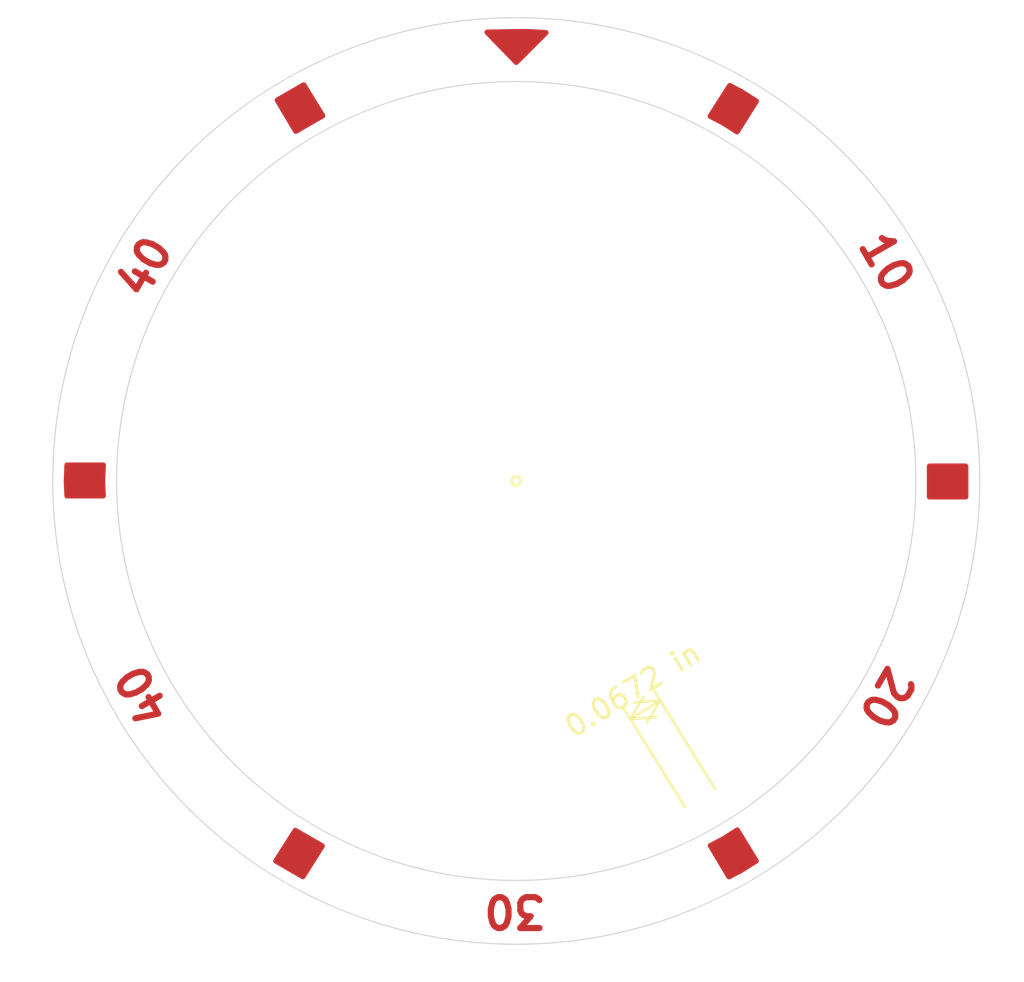
<source format=kicad_pcb>
(kicad_pcb (version 20171130) (host pcbnew 5.1.4-1.fc30)

  (general
    (thickness 1.6)
    (drawings 21)
    (tracks 0)
    (zones 0)
    (modules 0)
    (nets 1)
  )

  (page A4)
  (layers
    (0 F.Cu signal)
    (31 B.Cu signal)
    (32 B.Adhes user)
    (33 F.Adhes user)
    (34 B.Paste user)
    (35 F.Paste user)
    (36 B.SilkS user)
    (37 F.SilkS user)
    (38 B.Mask user)
    (39 F.Mask user)
    (40 Dwgs.User user)
    (41 Cmts.User user)
    (42 Eco1.User user)
    (43 Eco2.User user)
    (44 Edge.Cuts user)
    (45 Margin user)
    (46 B.CrtYd user)
    (47 F.CrtYd user)
    (48 B.Fab user)
    (49 F.Fab user)
  )

  (setup
    (last_trace_width 0.25)
    (user_trace_width 0.5)
    (trace_clearance 0.2)
    (zone_clearance 0.508)
    (zone_45_only no)
    (trace_min 0.2)
    (via_size 0.8)
    (via_drill 0.4)
    (via_min_size 0.4)
    (via_min_drill 0.3)
    (uvia_size 0.3)
    (uvia_drill 0.1)
    (uvias_allowed no)
    (uvia_min_size 0.2)
    (uvia_min_drill 0.1)
    (edge_width 0.05)
    (segment_width 0.2)
    (pcb_text_width 0.3)
    (pcb_text_size 1.5 1.5)
    (mod_edge_width 0.12)
    (mod_text_size 1 1)
    (mod_text_width 0.15)
    (pad_size 1.524 1.524)
    (pad_drill 0.762)
    (pad_to_mask_clearance 0.051)
    (solder_mask_min_width 0.25)
    (aux_axis_origin 0 0)
    (visible_elements FFFFFF7F)
    (pcbplotparams
      (layerselection 0x010fc_ffffffff)
      (usegerberextensions false)
      (usegerberattributes false)
      (usegerberadvancedattributes false)
      (creategerberjobfile false)
      (excludeedgelayer true)
      (linewidth 0.150000)
      (plotframeref false)
      (viasonmask false)
      (mode 1)
      (useauxorigin false)
      (hpglpennumber 1)
      (hpglpenspeed 20)
      (hpglpendiameter 15.000000)
      (psnegative false)
      (psa4output false)
      (plotreference true)
      (plotvalue true)
      (plotinvisibletext false)
      (padsonsilk false)
      (subtractmaskfromsilk false)
      (outputformat 1)
      (mirror false)
      (drillshape 1)
      (scaleselection 1)
      (outputdirectory ""))
  )

  (net 0 "")

  (net_class Default "To jest domyślna klasa połączeń."
    (clearance 0.2)
    (trace_width 0.25)
    (via_dia 0.8)
    (via_drill 0.4)
    (uvia_dia 0.3)
    (uvia_drill 0.1)
  )

  (gr_text 40 (at 212.08 89.51 -300) (layer F.Cu) (tstamp 5D86BF2F)
    (effects (font (size 1.5 1.5) (thickness 0.3)))
  )
  (gr_text 40 (at 211.99 110.3 -240) (layer F.Cu) (tstamp 5D86BEF3)
    (effects (font (size 1.5 1.5) (thickness 0.3)))
  )
  (gr_text 30 (at 230.01 120.79 -180) (layer F.Cu) (tstamp 5D86BEF3)
    (effects (font (size 1.5 1.5) (thickness 0.3)))
  )
  (gr_text 20 (at 248.1 110.42 -120) (layer F.Cu) (tstamp 5D86BEB8)
    (effects (font (size 1.5 1.5) (thickness 0.3)))
  )
  (gr_text 10 (at 248.08 89.29 -60) (layer F.Cu)
    (effects (font (size 1.5 1.5) (thickness 0.3)))
  )
  (dimension 1.706605 (width 0.12) (layer F.SilkS)
    (gr_text "1,707 mm" (at 235.693876 109.933189 31.82744658) (layer F.SilkS)
      (effects (font (size 1 1) (thickness 0.15)))
    )
    (feature1 (pts (xy 238.3 115.75) (xy 235.32937 110.963986)))
    (feature2 (pts (xy 239.75 114.85) (xy 236.77937 110.063986)))
    (crossbar (pts (xy 237.088627 110.562232) (xy 235.638627 111.462232)))
    (arrow1a (pts (xy 235.638627 111.462232) (xy 236.286493 110.369909)))
    (arrow1b (pts (xy 235.638627 111.462232) (xy 236.905006 111.366402)))
    (arrow2a (pts (xy 237.088627 110.562232) (xy 235.822248 110.658062)))
    (arrow2b (pts (xy 237.088627 110.562232) (xy 236.440761 111.654555)))
  )
  (gr_arc (start 230.1 99.9) (end 218.850001 119.399999) (angle -60) (layer Cmts.User) (width 0.12))
  (gr_arc (start 230.1 99.9) (end 210.600001 88.650001) (angle -60) (layer Cmts.User) (width 0.12))
  (gr_arc (start 230.1 99.9) (end 241.349999 80.400001) (angle -60) (layer Cmts.User) (width 0.12))
  (gr_arc (start 230.1 99.9) (end 249.599999 111.149999) (angle -60) (layer Cmts.User) (width 0.12))
  (gr_arc (start 230.1 99.9) (end 214.950001 91.150001) (angle -60) (layer Cmts.User) (width 0.12))
  (gr_arc (start 230.1 99.9) (end 238.849999 84.750001) (angle -60) (layer Cmts.User) (width 0.12))
  (gr_arc (start 230.1 99.9) (end 245.249999 108.649999) (angle -60) (layer Cmts.User) (width 0.12))
  (gr_arc (start 230.1 99.9) (end 221.350001 115.049999) (angle -60) (layer Cmts.User) (width 0.12))
  (gr_line (start 230.1 99.9) (end 205.1 99.9) (layer Cmts.User) (width 0.12))
  (gr_line (start 230.1 99.9) (end 254.7 99.9) (layer Cmts.User) (width 0.12))
  (gr_line (start 230.1 99.9) (end 230.1 124.2) (layer Cmts.User) (width 0.12))
  (gr_line (start 230.1 99.9) (end 230.1 76.6) (layer Cmts.User) (width 0.12))
  (gr_circle (center 230.1 99.9) (end 230.3 99.8) (layer F.SilkS) (width 0.12))
  (gr_circle (center 230.1 99.9) (end 249.5 99.9) (layer Edge.Cuts) (width 0.05))
  (gr_circle (center 230.1 99.9) (end 252.6 99.9) (layer Edge.Cuts) (width 0.05))

  (zone (net 0) (net_name "") (layer F.Cu) (tstamp 0) (hatch edge 0.508)
    (connect_pads (clearance 0.508))
    (min_thickness 0.254)
    (fill yes (arc_segments 32) (thermal_gap 0.508) (thermal_bridge_width 0.508))
    (polygon
      (pts
        (xy 230.1 79.75) (xy 228.35 77.95) (xy 231.9 77.95)
      )
    )
    (filled_polygon
      (pts
        (xy 231.543559 78.126835) (xy 230.101273 79.569121) (xy 228.680855 78.10812) (xy 228.728655 78.103096) (xy 229.974477 78.077)
        (xy 230.751454 78.077)
      )
    )
  )
  (zone (net 0) (net_name "") (layer F.Cu) (tstamp 0) (hatch edge 0.508)
    (connect_pads (clearance 0.508))
    (min_thickness 0.254)
    (fill yes (arc_segments 32) (thermal_gap 0.508) (thermal_bridge_width 0.508))
    (polygon
      (pts
        (xy 247.95 100.2) (xy 247.95 99.05) (xy 252.232342 99.05) (xy 252.232342 100.8) (xy 247.95 100.8)
      )
    )
    (filled_polygon
      (pts
        (xy 251.920843 100.673) (xy 250.159191 100.673) (xy 250.159191 99.177) (xy 251.920843 99.177)
      )
    )
  )
  (zone (net 0) (net_name "") (layer F.Cu) (tstamp 0) (hatch edge 0.508)
    (connect_pads (clearance 0.508))
    (min_thickness 0.254)
    (fill yes (arc_segments 32) (thermal_gap 0.508) (thermal_bridge_width 0.508))
    (polygon
      (pts
        (xy 239.75 114.85) (xy 238.270605 115.749708) (xy 240.5 119.5) (xy 242.05 118.6)
      )
    )
    (filled_polygon
      (pts
        (xy 241.74865 118.351579) (xy 241.02 118.813995) (xy 240.42489 119.125111) (xy 239.523701 117.60913) (xy 240.14 117.28979)
        (xy 240.827617 116.849894)
      )
    )
  )
  (zone (net 0) (net_name "") (layer F.Cu) (tstamp 5D8629F3) (hatch edge 0.508)
    (connect_pads (clearance 0.508))
    (min_thickness 0.254)
    (fill yes (arc_segments 32) (thermal_gap 0.508) (thermal_bridge_width 0.508))
    (polygon
      (pts
        (xy 219.65 80.2) (xy 218.170605 81.099708) (xy 220.4 84.85) (xy 221.95 83.95)
      )
    )
    (filled_polygon
      (pts
        (xy 220.70447 82.162154) (xy 219.398243 82.916304) (xy 218.497985 81.401888) (xy 219.783103 80.659925)
      )
    )
  )
  (zone (net 0) (net_name "") (layer F.Cu) (tstamp 5D862A25) (hatch edge 0.508)
    (connect_pads (clearance 0.508))
    (min_thickness 0.254)
    (fill yes (arc_segments 32) (thermal_gap 0.508) (thermal_bridge_width 0.508))
    (polygon
      (pts
        (xy 218.25 118.4) (xy 219.75 119.35) (xy 221.85 116) (xy 220.35 115.1)
      )
    )
    (filled_polygon
      (pts
        (xy 220.681657 117.624675) (xy 219.745364 119.118286) (xy 218.427597 118.357473) (xy 219.374265 116.869852)
      )
    )
  )
  (zone (net 0) (net_name "") (layer F.Cu) (tstamp 5D862A6B) (hatch edge 0.508)
    (connect_pads (clearance 0.508))
    (min_thickness 0.254)
    (fill yes (arc_segments 32) (thermal_gap 0.508) (thermal_bridge_width 0.508))
    (polygon
      (pts
        (xy 238.4 83.7) (xy 239.9 84.65) (xy 242 81.3) (xy 240.5 80.4)
      )
    )
    (filled_polygon
      (pts
        (xy 241.02 80.986005) (xy 241.754674 81.452244) (xy 240.819122 82.944672) (xy 240.14 82.51021) (xy 239.514067 82.185878)
        (xy 240.462945 80.694783)
      )
    )
  )
  (zone (net 0) (net_name "") (layer F.Cu) (tstamp 5D86BACE) (hatch edge 0.508)
    (connect_pads (clearance 0.508))
    (min_thickness 0.254)
    (fill yes (arc_segments 32) (thermal_gap 0.508) (thermal_bridge_width 0.508))
    (polygon
      (pts
        (xy 208 100.15) (xy 208 99) (xy 212.282342 99) (xy 212.282342 100.75) (xy 208 100.75)
      )
    )
    (filled_polygon
      (pts
        (xy 210.02 99.9) (xy 210.052941 100.623) (xy 208.290303 100.623) (xy 208.26 99.9) (xy 208.292398 99.127)
        (xy 210.055219 99.127)
      )
    )
  )
)

</source>
